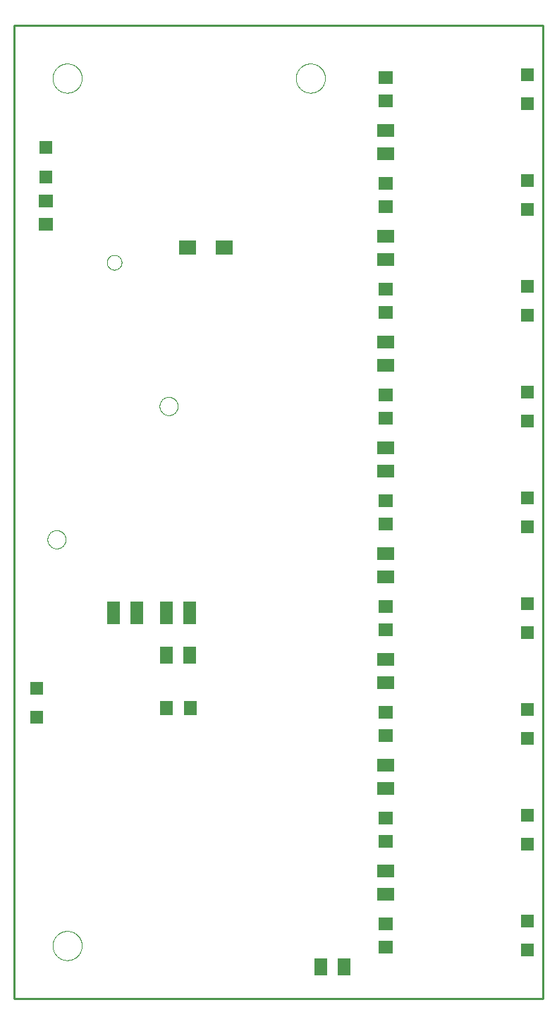
<source format=gtp>
G75*
%MOIN*%
%OFA0B0*%
%FSLAX25Y25*%
%IPPOS*%
%LPD*%
%AMOC8*
5,1,8,0,0,1.08239X$1,22.5*
%
%ADD10C,0.00000*%
%ADD11C,0.01000*%
%ADD12R,0.08200X0.07000*%
%ADD13R,0.06299X0.10630*%
%ADD14R,0.05906X0.05906*%
%ADD15R,0.07098X0.06299*%
%ADD16R,0.06299X0.07098*%
%ADD17R,0.07874X0.06299*%
%ADD18R,0.06299X0.07874*%
D10*
X0019610Y0028269D02*
X0019612Y0028438D01*
X0019618Y0028607D01*
X0019629Y0028776D01*
X0019643Y0028944D01*
X0019662Y0029112D01*
X0019685Y0029280D01*
X0019711Y0029447D01*
X0019742Y0029613D01*
X0019777Y0029779D01*
X0019816Y0029943D01*
X0019860Y0030107D01*
X0019907Y0030269D01*
X0019958Y0030430D01*
X0020013Y0030590D01*
X0020072Y0030749D01*
X0020134Y0030906D01*
X0020201Y0031061D01*
X0020272Y0031215D01*
X0020346Y0031367D01*
X0020424Y0031517D01*
X0020505Y0031665D01*
X0020590Y0031811D01*
X0020679Y0031955D01*
X0020771Y0032097D01*
X0020867Y0032236D01*
X0020966Y0032373D01*
X0021068Y0032508D01*
X0021174Y0032640D01*
X0021283Y0032769D01*
X0021395Y0032896D01*
X0021510Y0033020D01*
X0021628Y0033141D01*
X0021749Y0033259D01*
X0021873Y0033374D01*
X0022000Y0033486D01*
X0022129Y0033595D01*
X0022261Y0033701D01*
X0022396Y0033803D01*
X0022533Y0033902D01*
X0022672Y0033998D01*
X0022814Y0034090D01*
X0022958Y0034179D01*
X0023104Y0034264D01*
X0023252Y0034345D01*
X0023402Y0034423D01*
X0023554Y0034497D01*
X0023708Y0034568D01*
X0023863Y0034635D01*
X0024020Y0034697D01*
X0024179Y0034756D01*
X0024339Y0034811D01*
X0024500Y0034862D01*
X0024662Y0034909D01*
X0024826Y0034953D01*
X0024990Y0034992D01*
X0025156Y0035027D01*
X0025322Y0035058D01*
X0025489Y0035084D01*
X0025657Y0035107D01*
X0025825Y0035126D01*
X0025993Y0035140D01*
X0026162Y0035151D01*
X0026331Y0035157D01*
X0026500Y0035159D01*
X0026669Y0035157D01*
X0026838Y0035151D01*
X0027007Y0035140D01*
X0027175Y0035126D01*
X0027343Y0035107D01*
X0027511Y0035084D01*
X0027678Y0035058D01*
X0027844Y0035027D01*
X0028010Y0034992D01*
X0028174Y0034953D01*
X0028338Y0034909D01*
X0028500Y0034862D01*
X0028661Y0034811D01*
X0028821Y0034756D01*
X0028980Y0034697D01*
X0029137Y0034635D01*
X0029292Y0034568D01*
X0029446Y0034497D01*
X0029598Y0034423D01*
X0029748Y0034345D01*
X0029896Y0034264D01*
X0030042Y0034179D01*
X0030186Y0034090D01*
X0030328Y0033998D01*
X0030467Y0033902D01*
X0030604Y0033803D01*
X0030739Y0033701D01*
X0030871Y0033595D01*
X0031000Y0033486D01*
X0031127Y0033374D01*
X0031251Y0033259D01*
X0031372Y0033141D01*
X0031490Y0033020D01*
X0031605Y0032896D01*
X0031717Y0032769D01*
X0031826Y0032640D01*
X0031932Y0032508D01*
X0032034Y0032373D01*
X0032133Y0032236D01*
X0032229Y0032097D01*
X0032321Y0031955D01*
X0032410Y0031811D01*
X0032495Y0031665D01*
X0032576Y0031517D01*
X0032654Y0031367D01*
X0032728Y0031215D01*
X0032799Y0031061D01*
X0032866Y0030906D01*
X0032928Y0030749D01*
X0032987Y0030590D01*
X0033042Y0030430D01*
X0033093Y0030269D01*
X0033140Y0030107D01*
X0033184Y0029943D01*
X0033223Y0029779D01*
X0033258Y0029613D01*
X0033289Y0029447D01*
X0033315Y0029280D01*
X0033338Y0029112D01*
X0033357Y0028944D01*
X0033371Y0028776D01*
X0033382Y0028607D01*
X0033388Y0028438D01*
X0033390Y0028269D01*
X0033388Y0028100D01*
X0033382Y0027931D01*
X0033371Y0027762D01*
X0033357Y0027594D01*
X0033338Y0027426D01*
X0033315Y0027258D01*
X0033289Y0027091D01*
X0033258Y0026925D01*
X0033223Y0026759D01*
X0033184Y0026595D01*
X0033140Y0026431D01*
X0033093Y0026269D01*
X0033042Y0026108D01*
X0032987Y0025948D01*
X0032928Y0025789D01*
X0032866Y0025632D01*
X0032799Y0025477D01*
X0032728Y0025323D01*
X0032654Y0025171D01*
X0032576Y0025021D01*
X0032495Y0024873D01*
X0032410Y0024727D01*
X0032321Y0024583D01*
X0032229Y0024441D01*
X0032133Y0024302D01*
X0032034Y0024165D01*
X0031932Y0024030D01*
X0031826Y0023898D01*
X0031717Y0023769D01*
X0031605Y0023642D01*
X0031490Y0023518D01*
X0031372Y0023397D01*
X0031251Y0023279D01*
X0031127Y0023164D01*
X0031000Y0023052D01*
X0030871Y0022943D01*
X0030739Y0022837D01*
X0030604Y0022735D01*
X0030467Y0022636D01*
X0030328Y0022540D01*
X0030186Y0022448D01*
X0030042Y0022359D01*
X0029896Y0022274D01*
X0029748Y0022193D01*
X0029598Y0022115D01*
X0029446Y0022041D01*
X0029292Y0021970D01*
X0029137Y0021903D01*
X0028980Y0021841D01*
X0028821Y0021782D01*
X0028661Y0021727D01*
X0028500Y0021676D01*
X0028338Y0021629D01*
X0028174Y0021585D01*
X0028010Y0021546D01*
X0027844Y0021511D01*
X0027678Y0021480D01*
X0027511Y0021454D01*
X0027343Y0021431D01*
X0027175Y0021412D01*
X0027007Y0021398D01*
X0026838Y0021387D01*
X0026669Y0021381D01*
X0026500Y0021379D01*
X0026331Y0021381D01*
X0026162Y0021387D01*
X0025993Y0021398D01*
X0025825Y0021412D01*
X0025657Y0021431D01*
X0025489Y0021454D01*
X0025322Y0021480D01*
X0025156Y0021511D01*
X0024990Y0021546D01*
X0024826Y0021585D01*
X0024662Y0021629D01*
X0024500Y0021676D01*
X0024339Y0021727D01*
X0024179Y0021782D01*
X0024020Y0021841D01*
X0023863Y0021903D01*
X0023708Y0021970D01*
X0023554Y0022041D01*
X0023402Y0022115D01*
X0023252Y0022193D01*
X0023104Y0022274D01*
X0022958Y0022359D01*
X0022814Y0022448D01*
X0022672Y0022540D01*
X0022533Y0022636D01*
X0022396Y0022735D01*
X0022261Y0022837D01*
X0022129Y0022943D01*
X0022000Y0023052D01*
X0021873Y0023164D01*
X0021749Y0023279D01*
X0021628Y0023397D01*
X0021510Y0023518D01*
X0021395Y0023642D01*
X0021283Y0023769D01*
X0021174Y0023898D01*
X0021068Y0024030D01*
X0020966Y0024165D01*
X0020867Y0024302D01*
X0020771Y0024441D01*
X0020679Y0024583D01*
X0020590Y0024727D01*
X0020505Y0024873D01*
X0020424Y0025021D01*
X0020346Y0025171D01*
X0020272Y0025323D01*
X0020201Y0025477D01*
X0020134Y0025632D01*
X0020072Y0025789D01*
X0020013Y0025948D01*
X0019958Y0026108D01*
X0019907Y0026269D01*
X0019860Y0026431D01*
X0019816Y0026595D01*
X0019777Y0026759D01*
X0019742Y0026925D01*
X0019711Y0027091D01*
X0019685Y0027258D01*
X0019662Y0027426D01*
X0019643Y0027594D01*
X0019629Y0027762D01*
X0019618Y0027931D01*
X0019612Y0028100D01*
X0019610Y0028269D01*
X0017165Y0220284D02*
X0017167Y0220415D01*
X0017173Y0220545D01*
X0017183Y0220675D01*
X0017197Y0220805D01*
X0017214Y0220934D01*
X0017236Y0221063D01*
X0017262Y0221191D01*
X0017291Y0221318D01*
X0017324Y0221444D01*
X0017362Y0221569D01*
X0017402Y0221693D01*
X0017447Y0221816D01*
X0017495Y0221937D01*
X0017547Y0222057D01*
X0017603Y0222175D01*
X0017662Y0222291D01*
X0017725Y0222406D01*
X0017791Y0222518D01*
X0017860Y0222629D01*
X0017933Y0222737D01*
X0018009Y0222843D01*
X0018089Y0222947D01*
X0018171Y0223048D01*
X0018256Y0223147D01*
X0018345Y0223243D01*
X0018436Y0223336D01*
X0018530Y0223427D01*
X0018627Y0223514D01*
X0018726Y0223599D01*
X0018828Y0223680D01*
X0018932Y0223759D01*
X0019039Y0223834D01*
X0019148Y0223906D01*
X0019259Y0223975D01*
X0019372Y0224040D01*
X0019487Y0224102D01*
X0019604Y0224160D01*
X0019722Y0224215D01*
X0019842Y0224266D01*
X0019964Y0224313D01*
X0020087Y0224357D01*
X0020211Y0224397D01*
X0020336Y0224433D01*
X0020463Y0224466D01*
X0020590Y0224494D01*
X0020718Y0224519D01*
X0020847Y0224539D01*
X0020977Y0224556D01*
X0021106Y0224569D01*
X0021237Y0224578D01*
X0021367Y0224583D01*
X0021498Y0224584D01*
X0021628Y0224581D01*
X0021758Y0224574D01*
X0021889Y0224563D01*
X0022018Y0224548D01*
X0022147Y0224530D01*
X0022276Y0224507D01*
X0022404Y0224480D01*
X0022531Y0224450D01*
X0022657Y0224416D01*
X0022781Y0224378D01*
X0022905Y0224336D01*
X0023027Y0224290D01*
X0023148Y0224241D01*
X0023267Y0224188D01*
X0023385Y0224131D01*
X0023501Y0224071D01*
X0023615Y0224008D01*
X0023727Y0223941D01*
X0023837Y0223871D01*
X0023945Y0223797D01*
X0024050Y0223720D01*
X0024153Y0223640D01*
X0024254Y0223557D01*
X0024352Y0223471D01*
X0024447Y0223382D01*
X0024540Y0223290D01*
X0024630Y0223195D01*
X0024717Y0223098D01*
X0024801Y0222998D01*
X0024881Y0222895D01*
X0024959Y0222790D01*
X0025034Y0222683D01*
X0025105Y0222574D01*
X0025172Y0222462D01*
X0025237Y0222349D01*
X0025298Y0222233D01*
X0025355Y0222116D01*
X0025409Y0221997D01*
X0025459Y0221877D01*
X0025506Y0221755D01*
X0025548Y0221631D01*
X0025587Y0221507D01*
X0025623Y0221381D01*
X0025654Y0221254D01*
X0025682Y0221127D01*
X0025705Y0220999D01*
X0025725Y0220870D01*
X0025741Y0220740D01*
X0025753Y0220610D01*
X0025761Y0220480D01*
X0025765Y0220349D01*
X0025765Y0220219D01*
X0025761Y0220088D01*
X0025753Y0219958D01*
X0025741Y0219828D01*
X0025725Y0219698D01*
X0025705Y0219569D01*
X0025682Y0219441D01*
X0025654Y0219314D01*
X0025623Y0219187D01*
X0025587Y0219061D01*
X0025548Y0218937D01*
X0025506Y0218813D01*
X0025459Y0218691D01*
X0025409Y0218571D01*
X0025355Y0218452D01*
X0025298Y0218335D01*
X0025237Y0218219D01*
X0025172Y0218106D01*
X0025105Y0217994D01*
X0025034Y0217885D01*
X0024959Y0217778D01*
X0024881Y0217673D01*
X0024801Y0217570D01*
X0024717Y0217470D01*
X0024630Y0217373D01*
X0024540Y0217278D01*
X0024447Y0217186D01*
X0024352Y0217097D01*
X0024254Y0217011D01*
X0024153Y0216928D01*
X0024050Y0216848D01*
X0023945Y0216771D01*
X0023837Y0216697D01*
X0023727Y0216627D01*
X0023615Y0216560D01*
X0023501Y0216497D01*
X0023385Y0216437D01*
X0023267Y0216380D01*
X0023148Y0216327D01*
X0023027Y0216278D01*
X0022905Y0216232D01*
X0022781Y0216190D01*
X0022657Y0216152D01*
X0022531Y0216118D01*
X0022404Y0216088D01*
X0022276Y0216061D01*
X0022147Y0216038D01*
X0022018Y0216020D01*
X0021889Y0216005D01*
X0021758Y0215994D01*
X0021628Y0215987D01*
X0021498Y0215984D01*
X0021367Y0215985D01*
X0021237Y0215990D01*
X0021106Y0215999D01*
X0020977Y0216012D01*
X0020847Y0216029D01*
X0020718Y0216049D01*
X0020590Y0216074D01*
X0020463Y0216102D01*
X0020336Y0216135D01*
X0020211Y0216171D01*
X0020087Y0216211D01*
X0019964Y0216255D01*
X0019842Y0216302D01*
X0019722Y0216353D01*
X0019604Y0216408D01*
X0019487Y0216466D01*
X0019372Y0216528D01*
X0019259Y0216593D01*
X0019148Y0216662D01*
X0019039Y0216734D01*
X0018932Y0216809D01*
X0018828Y0216888D01*
X0018726Y0216969D01*
X0018627Y0217054D01*
X0018530Y0217141D01*
X0018436Y0217232D01*
X0018345Y0217325D01*
X0018256Y0217421D01*
X0018171Y0217520D01*
X0018089Y0217621D01*
X0018009Y0217725D01*
X0017933Y0217831D01*
X0017860Y0217939D01*
X0017791Y0218050D01*
X0017725Y0218162D01*
X0017662Y0218277D01*
X0017603Y0218393D01*
X0017547Y0218511D01*
X0017495Y0218631D01*
X0017447Y0218752D01*
X0017402Y0218875D01*
X0017362Y0218999D01*
X0017324Y0219124D01*
X0017291Y0219250D01*
X0017262Y0219377D01*
X0017236Y0219505D01*
X0017214Y0219634D01*
X0017197Y0219763D01*
X0017183Y0219893D01*
X0017173Y0220023D01*
X0017167Y0220153D01*
X0017165Y0220284D01*
X0070165Y0283284D02*
X0070167Y0283415D01*
X0070173Y0283545D01*
X0070183Y0283675D01*
X0070197Y0283805D01*
X0070214Y0283934D01*
X0070236Y0284063D01*
X0070262Y0284191D01*
X0070291Y0284318D01*
X0070324Y0284444D01*
X0070362Y0284569D01*
X0070402Y0284693D01*
X0070447Y0284816D01*
X0070495Y0284937D01*
X0070547Y0285057D01*
X0070603Y0285175D01*
X0070662Y0285291D01*
X0070725Y0285406D01*
X0070791Y0285518D01*
X0070860Y0285629D01*
X0070933Y0285737D01*
X0071009Y0285843D01*
X0071089Y0285947D01*
X0071171Y0286048D01*
X0071256Y0286147D01*
X0071345Y0286243D01*
X0071436Y0286336D01*
X0071530Y0286427D01*
X0071627Y0286514D01*
X0071726Y0286599D01*
X0071828Y0286680D01*
X0071932Y0286759D01*
X0072039Y0286834D01*
X0072148Y0286906D01*
X0072259Y0286975D01*
X0072372Y0287040D01*
X0072487Y0287102D01*
X0072604Y0287160D01*
X0072722Y0287215D01*
X0072842Y0287266D01*
X0072964Y0287313D01*
X0073087Y0287357D01*
X0073211Y0287397D01*
X0073336Y0287433D01*
X0073463Y0287466D01*
X0073590Y0287494D01*
X0073718Y0287519D01*
X0073847Y0287539D01*
X0073977Y0287556D01*
X0074106Y0287569D01*
X0074237Y0287578D01*
X0074367Y0287583D01*
X0074498Y0287584D01*
X0074628Y0287581D01*
X0074758Y0287574D01*
X0074889Y0287563D01*
X0075018Y0287548D01*
X0075147Y0287530D01*
X0075276Y0287507D01*
X0075404Y0287480D01*
X0075531Y0287450D01*
X0075657Y0287416D01*
X0075781Y0287378D01*
X0075905Y0287336D01*
X0076027Y0287290D01*
X0076148Y0287241D01*
X0076267Y0287188D01*
X0076385Y0287131D01*
X0076501Y0287071D01*
X0076615Y0287008D01*
X0076727Y0286941D01*
X0076837Y0286871D01*
X0076945Y0286797D01*
X0077050Y0286720D01*
X0077153Y0286640D01*
X0077254Y0286557D01*
X0077352Y0286471D01*
X0077447Y0286382D01*
X0077540Y0286290D01*
X0077630Y0286195D01*
X0077717Y0286098D01*
X0077801Y0285998D01*
X0077881Y0285895D01*
X0077959Y0285790D01*
X0078034Y0285683D01*
X0078105Y0285574D01*
X0078172Y0285462D01*
X0078237Y0285349D01*
X0078298Y0285233D01*
X0078355Y0285116D01*
X0078409Y0284997D01*
X0078459Y0284877D01*
X0078506Y0284755D01*
X0078548Y0284631D01*
X0078587Y0284507D01*
X0078623Y0284381D01*
X0078654Y0284254D01*
X0078682Y0284127D01*
X0078705Y0283999D01*
X0078725Y0283870D01*
X0078741Y0283740D01*
X0078753Y0283610D01*
X0078761Y0283480D01*
X0078765Y0283349D01*
X0078765Y0283219D01*
X0078761Y0283088D01*
X0078753Y0282958D01*
X0078741Y0282828D01*
X0078725Y0282698D01*
X0078705Y0282569D01*
X0078682Y0282441D01*
X0078654Y0282314D01*
X0078623Y0282187D01*
X0078587Y0282061D01*
X0078548Y0281937D01*
X0078506Y0281813D01*
X0078459Y0281691D01*
X0078409Y0281571D01*
X0078355Y0281452D01*
X0078298Y0281335D01*
X0078237Y0281219D01*
X0078172Y0281106D01*
X0078105Y0280994D01*
X0078034Y0280885D01*
X0077959Y0280778D01*
X0077881Y0280673D01*
X0077801Y0280570D01*
X0077717Y0280470D01*
X0077630Y0280373D01*
X0077540Y0280278D01*
X0077447Y0280186D01*
X0077352Y0280097D01*
X0077254Y0280011D01*
X0077153Y0279928D01*
X0077050Y0279848D01*
X0076945Y0279771D01*
X0076837Y0279697D01*
X0076727Y0279627D01*
X0076615Y0279560D01*
X0076501Y0279497D01*
X0076385Y0279437D01*
X0076267Y0279380D01*
X0076148Y0279327D01*
X0076027Y0279278D01*
X0075905Y0279232D01*
X0075781Y0279190D01*
X0075657Y0279152D01*
X0075531Y0279118D01*
X0075404Y0279088D01*
X0075276Y0279061D01*
X0075147Y0279038D01*
X0075018Y0279020D01*
X0074889Y0279005D01*
X0074758Y0278994D01*
X0074628Y0278987D01*
X0074498Y0278984D01*
X0074367Y0278985D01*
X0074237Y0278990D01*
X0074106Y0278999D01*
X0073977Y0279012D01*
X0073847Y0279029D01*
X0073718Y0279049D01*
X0073590Y0279074D01*
X0073463Y0279102D01*
X0073336Y0279135D01*
X0073211Y0279171D01*
X0073087Y0279211D01*
X0072964Y0279255D01*
X0072842Y0279302D01*
X0072722Y0279353D01*
X0072604Y0279408D01*
X0072487Y0279466D01*
X0072372Y0279528D01*
X0072259Y0279593D01*
X0072148Y0279662D01*
X0072039Y0279734D01*
X0071932Y0279809D01*
X0071828Y0279888D01*
X0071726Y0279969D01*
X0071627Y0280054D01*
X0071530Y0280141D01*
X0071436Y0280232D01*
X0071345Y0280325D01*
X0071256Y0280421D01*
X0071171Y0280520D01*
X0071089Y0280621D01*
X0071009Y0280725D01*
X0070933Y0280831D01*
X0070860Y0280939D01*
X0070791Y0281050D01*
X0070725Y0281162D01*
X0070662Y0281277D01*
X0070603Y0281393D01*
X0070547Y0281511D01*
X0070495Y0281631D01*
X0070447Y0281752D01*
X0070402Y0281875D01*
X0070362Y0281999D01*
X0070324Y0282124D01*
X0070291Y0282250D01*
X0070262Y0282377D01*
X0070236Y0282505D01*
X0070214Y0282634D01*
X0070197Y0282763D01*
X0070183Y0282893D01*
X0070173Y0283023D01*
X0070167Y0283153D01*
X0070165Y0283284D01*
X0045244Y0351221D02*
X0045246Y0351339D01*
X0045252Y0351457D01*
X0045262Y0351575D01*
X0045276Y0351692D01*
X0045294Y0351809D01*
X0045316Y0351926D01*
X0045341Y0352041D01*
X0045371Y0352155D01*
X0045405Y0352269D01*
X0045442Y0352381D01*
X0045483Y0352492D01*
X0045528Y0352601D01*
X0045576Y0352709D01*
X0045628Y0352815D01*
X0045684Y0352920D01*
X0045743Y0353022D01*
X0045805Y0353122D01*
X0045871Y0353220D01*
X0045940Y0353316D01*
X0046013Y0353410D01*
X0046088Y0353501D01*
X0046167Y0353589D01*
X0046248Y0353675D01*
X0046333Y0353758D01*
X0046420Y0353838D01*
X0046509Y0353915D01*
X0046602Y0353989D01*
X0046696Y0354059D01*
X0046793Y0354127D01*
X0046893Y0354191D01*
X0046994Y0354252D01*
X0047097Y0354309D01*
X0047203Y0354363D01*
X0047310Y0354414D01*
X0047418Y0354460D01*
X0047528Y0354503D01*
X0047640Y0354542D01*
X0047753Y0354578D01*
X0047867Y0354609D01*
X0047982Y0354637D01*
X0048097Y0354661D01*
X0048214Y0354681D01*
X0048331Y0354697D01*
X0048449Y0354709D01*
X0048567Y0354717D01*
X0048685Y0354721D01*
X0048803Y0354721D01*
X0048921Y0354717D01*
X0049039Y0354709D01*
X0049157Y0354697D01*
X0049274Y0354681D01*
X0049391Y0354661D01*
X0049506Y0354637D01*
X0049621Y0354609D01*
X0049735Y0354578D01*
X0049848Y0354542D01*
X0049960Y0354503D01*
X0050070Y0354460D01*
X0050178Y0354414D01*
X0050285Y0354363D01*
X0050391Y0354309D01*
X0050494Y0354252D01*
X0050595Y0354191D01*
X0050695Y0354127D01*
X0050792Y0354059D01*
X0050886Y0353989D01*
X0050979Y0353915D01*
X0051068Y0353838D01*
X0051155Y0353758D01*
X0051240Y0353675D01*
X0051321Y0353589D01*
X0051400Y0353501D01*
X0051475Y0353410D01*
X0051548Y0353316D01*
X0051617Y0353220D01*
X0051683Y0353122D01*
X0051745Y0353022D01*
X0051804Y0352920D01*
X0051860Y0352815D01*
X0051912Y0352709D01*
X0051960Y0352601D01*
X0052005Y0352492D01*
X0052046Y0352381D01*
X0052083Y0352269D01*
X0052117Y0352155D01*
X0052147Y0352041D01*
X0052172Y0351926D01*
X0052194Y0351809D01*
X0052212Y0351692D01*
X0052226Y0351575D01*
X0052236Y0351457D01*
X0052242Y0351339D01*
X0052244Y0351221D01*
X0052242Y0351103D01*
X0052236Y0350985D01*
X0052226Y0350867D01*
X0052212Y0350750D01*
X0052194Y0350633D01*
X0052172Y0350516D01*
X0052147Y0350401D01*
X0052117Y0350287D01*
X0052083Y0350173D01*
X0052046Y0350061D01*
X0052005Y0349950D01*
X0051960Y0349841D01*
X0051912Y0349733D01*
X0051860Y0349627D01*
X0051804Y0349522D01*
X0051745Y0349420D01*
X0051683Y0349320D01*
X0051617Y0349222D01*
X0051548Y0349126D01*
X0051475Y0349032D01*
X0051400Y0348941D01*
X0051321Y0348853D01*
X0051240Y0348767D01*
X0051155Y0348684D01*
X0051068Y0348604D01*
X0050979Y0348527D01*
X0050886Y0348453D01*
X0050792Y0348383D01*
X0050695Y0348315D01*
X0050595Y0348251D01*
X0050494Y0348190D01*
X0050391Y0348133D01*
X0050285Y0348079D01*
X0050178Y0348028D01*
X0050070Y0347982D01*
X0049960Y0347939D01*
X0049848Y0347900D01*
X0049735Y0347864D01*
X0049621Y0347833D01*
X0049506Y0347805D01*
X0049391Y0347781D01*
X0049274Y0347761D01*
X0049157Y0347745D01*
X0049039Y0347733D01*
X0048921Y0347725D01*
X0048803Y0347721D01*
X0048685Y0347721D01*
X0048567Y0347725D01*
X0048449Y0347733D01*
X0048331Y0347745D01*
X0048214Y0347761D01*
X0048097Y0347781D01*
X0047982Y0347805D01*
X0047867Y0347833D01*
X0047753Y0347864D01*
X0047640Y0347900D01*
X0047528Y0347939D01*
X0047418Y0347982D01*
X0047310Y0348028D01*
X0047203Y0348079D01*
X0047097Y0348133D01*
X0046994Y0348190D01*
X0046893Y0348251D01*
X0046793Y0348315D01*
X0046696Y0348383D01*
X0046602Y0348453D01*
X0046509Y0348527D01*
X0046420Y0348604D01*
X0046333Y0348684D01*
X0046248Y0348767D01*
X0046167Y0348853D01*
X0046088Y0348941D01*
X0046013Y0349032D01*
X0045940Y0349126D01*
X0045871Y0349222D01*
X0045805Y0349320D01*
X0045743Y0349420D01*
X0045684Y0349522D01*
X0045628Y0349627D01*
X0045576Y0349733D01*
X0045528Y0349841D01*
X0045483Y0349950D01*
X0045442Y0350061D01*
X0045405Y0350173D01*
X0045371Y0350287D01*
X0045341Y0350401D01*
X0045316Y0350516D01*
X0045294Y0350633D01*
X0045276Y0350750D01*
X0045262Y0350867D01*
X0045252Y0350985D01*
X0045246Y0351103D01*
X0045244Y0351221D01*
X0019610Y0438269D02*
X0019612Y0438438D01*
X0019618Y0438607D01*
X0019629Y0438776D01*
X0019643Y0438944D01*
X0019662Y0439112D01*
X0019685Y0439280D01*
X0019711Y0439447D01*
X0019742Y0439613D01*
X0019777Y0439779D01*
X0019816Y0439943D01*
X0019860Y0440107D01*
X0019907Y0440269D01*
X0019958Y0440430D01*
X0020013Y0440590D01*
X0020072Y0440749D01*
X0020134Y0440906D01*
X0020201Y0441061D01*
X0020272Y0441215D01*
X0020346Y0441367D01*
X0020424Y0441517D01*
X0020505Y0441665D01*
X0020590Y0441811D01*
X0020679Y0441955D01*
X0020771Y0442097D01*
X0020867Y0442236D01*
X0020966Y0442373D01*
X0021068Y0442508D01*
X0021174Y0442640D01*
X0021283Y0442769D01*
X0021395Y0442896D01*
X0021510Y0443020D01*
X0021628Y0443141D01*
X0021749Y0443259D01*
X0021873Y0443374D01*
X0022000Y0443486D01*
X0022129Y0443595D01*
X0022261Y0443701D01*
X0022396Y0443803D01*
X0022533Y0443902D01*
X0022672Y0443998D01*
X0022814Y0444090D01*
X0022958Y0444179D01*
X0023104Y0444264D01*
X0023252Y0444345D01*
X0023402Y0444423D01*
X0023554Y0444497D01*
X0023708Y0444568D01*
X0023863Y0444635D01*
X0024020Y0444697D01*
X0024179Y0444756D01*
X0024339Y0444811D01*
X0024500Y0444862D01*
X0024662Y0444909D01*
X0024826Y0444953D01*
X0024990Y0444992D01*
X0025156Y0445027D01*
X0025322Y0445058D01*
X0025489Y0445084D01*
X0025657Y0445107D01*
X0025825Y0445126D01*
X0025993Y0445140D01*
X0026162Y0445151D01*
X0026331Y0445157D01*
X0026500Y0445159D01*
X0026669Y0445157D01*
X0026838Y0445151D01*
X0027007Y0445140D01*
X0027175Y0445126D01*
X0027343Y0445107D01*
X0027511Y0445084D01*
X0027678Y0445058D01*
X0027844Y0445027D01*
X0028010Y0444992D01*
X0028174Y0444953D01*
X0028338Y0444909D01*
X0028500Y0444862D01*
X0028661Y0444811D01*
X0028821Y0444756D01*
X0028980Y0444697D01*
X0029137Y0444635D01*
X0029292Y0444568D01*
X0029446Y0444497D01*
X0029598Y0444423D01*
X0029748Y0444345D01*
X0029896Y0444264D01*
X0030042Y0444179D01*
X0030186Y0444090D01*
X0030328Y0443998D01*
X0030467Y0443902D01*
X0030604Y0443803D01*
X0030739Y0443701D01*
X0030871Y0443595D01*
X0031000Y0443486D01*
X0031127Y0443374D01*
X0031251Y0443259D01*
X0031372Y0443141D01*
X0031490Y0443020D01*
X0031605Y0442896D01*
X0031717Y0442769D01*
X0031826Y0442640D01*
X0031932Y0442508D01*
X0032034Y0442373D01*
X0032133Y0442236D01*
X0032229Y0442097D01*
X0032321Y0441955D01*
X0032410Y0441811D01*
X0032495Y0441665D01*
X0032576Y0441517D01*
X0032654Y0441367D01*
X0032728Y0441215D01*
X0032799Y0441061D01*
X0032866Y0440906D01*
X0032928Y0440749D01*
X0032987Y0440590D01*
X0033042Y0440430D01*
X0033093Y0440269D01*
X0033140Y0440107D01*
X0033184Y0439943D01*
X0033223Y0439779D01*
X0033258Y0439613D01*
X0033289Y0439447D01*
X0033315Y0439280D01*
X0033338Y0439112D01*
X0033357Y0438944D01*
X0033371Y0438776D01*
X0033382Y0438607D01*
X0033388Y0438438D01*
X0033390Y0438269D01*
X0033388Y0438100D01*
X0033382Y0437931D01*
X0033371Y0437762D01*
X0033357Y0437594D01*
X0033338Y0437426D01*
X0033315Y0437258D01*
X0033289Y0437091D01*
X0033258Y0436925D01*
X0033223Y0436759D01*
X0033184Y0436595D01*
X0033140Y0436431D01*
X0033093Y0436269D01*
X0033042Y0436108D01*
X0032987Y0435948D01*
X0032928Y0435789D01*
X0032866Y0435632D01*
X0032799Y0435477D01*
X0032728Y0435323D01*
X0032654Y0435171D01*
X0032576Y0435021D01*
X0032495Y0434873D01*
X0032410Y0434727D01*
X0032321Y0434583D01*
X0032229Y0434441D01*
X0032133Y0434302D01*
X0032034Y0434165D01*
X0031932Y0434030D01*
X0031826Y0433898D01*
X0031717Y0433769D01*
X0031605Y0433642D01*
X0031490Y0433518D01*
X0031372Y0433397D01*
X0031251Y0433279D01*
X0031127Y0433164D01*
X0031000Y0433052D01*
X0030871Y0432943D01*
X0030739Y0432837D01*
X0030604Y0432735D01*
X0030467Y0432636D01*
X0030328Y0432540D01*
X0030186Y0432448D01*
X0030042Y0432359D01*
X0029896Y0432274D01*
X0029748Y0432193D01*
X0029598Y0432115D01*
X0029446Y0432041D01*
X0029292Y0431970D01*
X0029137Y0431903D01*
X0028980Y0431841D01*
X0028821Y0431782D01*
X0028661Y0431727D01*
X0028500Y0431676D01*
X0028338Y0431629D01*
X0028174Y0431585D01*
X0028010Y0431546D01*
X0027844Y0431511D01*
X0027678Y0431480D01*
X0027511Y0431454D01*
X0027343Y0431431D01*
X0027175Y0431412D01*
X0027007Y0431398D01*
X0026838Y0431387D01*
X0026669Y0431381D01*
X0026500Y0431379D01*
X0026331Y0431381D01*
X0026162Y0431387D01*
X0025993Y0431398D01*
X0025825Y0431412D01*
X0025657Y0431431D01*
X0025489Y0431454D01*
X0025322Y0431480D01*
X0025156Y0431511D01*
X0024990Y0431546D01*
X0024826Y0431585D01*
X0024662Y0431629D01*
X0024500Y0431676D01*
X0024339Y0431727D01*
X0024179Y0431782D01*
X0024020Y0431841D01*
X0023863Y0431903D01*
X0023708Y0431970D01*
X0023554Y0432041D01*
X0023402Y0432115D01*
X0023252Y0432193D01*
X0023104Y0432274D01*
X0022958Y0432359D01*
X0022814Y0432448D01*
X0022672Y0432540D01*
X0022533Y0432636D01*
X0022396Y0432735D01*
X0022261Y0432837D01*
X0022129Y0432943D01*
X0022000Y0433052D01*
X0021873Y0433164D01*
X0021749Y0433279D01*
X0021628Y0433397D01*
X0021510Y0433518D01*
X0021395Y0433642D01*
X0021283Y0433769D01*
X0021174Y0433898D01*
X0021068Y0434030D01*
X0020966Y0434165D01*
X0020867Y0434302D01*
X0020771Y0434441D01*
X0020679Y0434583D01*
X0020590Y0434727D01*
X0020505Y0434873D01*
X0020424Y0435021D01*
X0020346Y0435171D01*
X0020272Y0435323D01*
X0020201Y0435477D01*
X0020134Y0435632D01*
X0020072Y0435789D01*
X0020013Y0435948D01*
X0019958Y0436108D01*
X0019907Y0436269D01*
X0019860Y0436431D01*
X0019816Y0436595D01*
X0019777Y0436759D01*
X0019742Y0436925D01*
X0019711Y0437091D01*
X0019685Y0437258D01*
X0019662Y0437426D01*
X0019643Y0437594D01*
X0019629Y0437762D01*
X0019618Y0437931D01*
X0019612Y0438100D01*
X0019610Y0438269D01*
X0134610Y0438269D02*
X0134612Y0438438D01*
X0134618Y0438607D01*
X0134629Y0438776D01*
X0134643Y0438944D01*
X0134662Y0439112D01*
X0134685Y0439280D01*
X0134711Y0439447D01*
X0134742Y0439613D01*
X0134777Y0439779D01*
X0134816Y0439943D01*
X0134860Y0440107D01*
X0134907Y0440269D01*
X0134958Y0440430D01*
X0135013Y0440590D01*
X0135072Y0440749D01*
X0135134Y0440906D01*
X0135201Y0441061D01*
X0135272Y0441215D01*
X0135346Y0441367D01*
X0135424Y0441517D01*
X0135505Y0441665D01*
X0135590Y0441811D01*
X0135679Y0441955D01*
X0135771Y0442097D01*
X0135867Y0442236D01*
X0135966Y0442373D01*
X0136068Y0442508D01*
X0136174Y0442640D01*
X0136283Y0442769D01*
X0136395Y0442896D01*
X0136510Y0443020D01*
X0136628Y0443141D01*
X0136749Y0443259D01*
X0136873Y0443374D01*
X0137000Y0443486D01*
X0137129Y0443595D01*
X0137261Y0443701D01*
X0137396Y0443803D01*
X0137533Y0443902D01*
X0137672Y0443998D01*
X0137814Y0444090D01*
X0137958Y0444179D01*
X0138104Y0444264D01*
X0138252Y0444345D01*
X0138402Y0444423D01*
X0138554Y0444497D01*
X0138708Y0444568D01*
X0138863Y0444635D01*
X0139020Y0444697D01*
X0139179Y0444756D01*
X0139339Y0444811D01*
X0139500Y0444862D01*
X0139662Y0444909D01*
X0139826Y0444953D01*
X0139990Y0444992D01*
X0140156Y0445027D01*
X0140322Y0445058D01*
X0140489Y0445084D01*
X0140657Y0445107D01*
X0140825Y0445126D01*
X0140993Y0445140D01*
X0141162Y0445151D01*
X0141331Y0445157D01*
X0141500Y0445159D01*
X0141669Y0445157D01*
X0141838Y0445151D01*
X0142007Y0445140D01*
X0142175Y0445126D01*
X0142343Y0445107D01*
X0142511Y0445084D01*
X0142678Y0445058D01*
X0142844Y0445027D01*
X0143010Y0444992D01*
X0143174Y0444953D01*
X0143338Y0444909D01*
X0143500Y0444862D01*
X0143661Y0444811D01*
X0143821Y0444756D01*
X0143980Y0444697D01*
X0144137Y0444635D01*
X0144292Y0444568D01*
X0144446Y0444497D01*
X0144598Y0444423D01*
X0144748Y0444345D01*
X0144896Y0444264D01*
X0145042Y0444179D01*
X0145186Y0444090D01*
X0145328Y0443998D01*
X0145467Y0443902D01*
X0145604Y0443803D01*
X0145739Y0443701D01*
X0145871Y0443595D01*
X0146000Y0443486D01*
X0146127Y0443374D01*
X0146251Y0443259D01*
X0146372Y0443141D01*
X0146490Y0443020D01*
X0146605Y0442896D01*
X0146717Y0442769D01*
X0146826Y0442640D01*
X0146932Y0442508D01*
X0147034Y0442373D01*
X0147133Y0442236D01*
X0147229Y0442097D01*
X0147321Y0441955D01*
X0147410Y0441811D01*
X0147495Y0441665D01*
X0147576Y0441517D01*
X0147654Y0441367D01*
X0147728Y0441215D01*
X0147799Y0441061D01*
X0147866Y0440906D01*
X0147928Y0440749D01*
X0147987Y0440590D01*
X0148042Y0440430D01*
X0148093Y0440269D01*
X0148140Y0440107D01*
X0148184Y0439943D01*
X0148223Y0439779D01*
X0148258Y0439613D01*
X0148289Y0439447D01*
X0148315Y0439280D01*
X0148338Y0439112D01*
X0148357Y0438944D01*
X0148371Y0438776D01*
X0148382Y0438607D01*
X0148388Y0438438D01*
X0148390Y0438269D01*
X0148388Y0438100D01*
X0148382Y0437931D01*
X0148371Y0437762D01*
X0148357Y0437594D01*
X0148338Y0437426D01*
X0148315Y0437258D01*
X0148289Y0437091D01*
X0148258Y0436925D01*
X0148223Y0436759D01*
X0148184Y0436595D01*
X0148140Y0436431D01*
X0148093Y0436269D01*
X0148042Y0436108D01*
X0147987Y0435948D01*
X0147928Y0435789D01*
X0147866Y0435632D01*
X0147799Y0435477D01*
X0147728Y0435323D01*
X0147654Y0435171D01*
X0147576Y0435021D01*
X0147495Y0434873D01*
X0147410Y0434727D01*
X0147321Y0434583D01*
X0147229Y0434441D01*
X0147133Y0434302D01*
X0147034Y0434165D01*
X0146932Y0434030D01*
X0146826Y0433898D01*
X0146717Y0433769D01*
X0146605Y0433642D01*
X0146490Y0433518D01*
X0146372Y0433397D01*
X0146251Y0433279D01*
X0146127Y0433164D01*
X0146000Y0433052D01*
X0145871Y0432943D01*
X0145739Y0432837D01*
X0145604Y0432735D01*
X0145467Y0432636D01*
X0145328Y0432540D01*
X0145186Y0432448D01*
X0145042Y0432359D01*
X0144896Y0432274D01*
X0144748Y0432193D01*
X0144598Y0432115D01*
X0144446Y0432041D01*
X0144292Y0431970D01*
X0144137Y0431903D01*
X0143980Y0431841D01*
X0143821Y0431782D01*
X0143661Y0431727D01*
X0143500Y0431676D01*
X0143338Y0431629D01*
X0143174Y0431585D01*
X0143010Y0431546D01*
X0142844Y0431511D01*
X0142678Y0431480D01*
X0142511Y0431454D01*
X0142343Y0431431D01*
X0142175Y0431412D01*
X0142007Y0431398D01*
X0141838Y0431387D01*
X0141669Y0431381D01*
X0141500Y0431379D01*
X0141331Y0431381D01*
X0141162Y0431387D01*
X0140993Y0431398D01*
X0140825Y0431412D01*
X0140657Y0431431D01*
X0140489Y0431454D01*
X0140322Y0431480D01*
X0140156Y0431511D01*
X0139990Y0431546D01*
X0139826Y0431585D01*
X0139662Y0431629D01*
X0139500Y0431676D01*
X0139339Y0431727D01*
X0139179Y0431782D01*
X0139020Y0431841D01*
X0138863Y0431903D01*
X0138708Y0431970D01*
X0138554Y0432041D01*
X0138402Y0432115D01*
X0138252Y0432193D01*
X0138104Y0432274D01*
X0137958Y0432359D01*
X0137814Y0432448D01*
X0137672Y0432540D01*
X0137533Y0432636D01*
X0137396Y0432735D01*
X0137261Y0432837D01*
X0137129Y0432943D01*
X0137000Y0433052D01*
X0136873Y0433164D01*
X0136749Y0433279D01*
X0136628Y0433397D01*
X0136510Y0433518D01*
X0136395Y0433642D01*
X0136283Y0433769D01*
X0136174Y0433898D01*
X0136068Y0434030D01*
X0135966Y0434165D01*
X0135867Y0434302D01*
X0135771Y0434441D01*
X0135679Y0434583D01*
X0135590Y0434727D01*
X0135505Y0434873D01*
X0135424Y0435021D01*
X0135346Y0435171D01*
X0135272Y0435323D01*
X0135201Y0435477D01*
X0135134Y0435632D01*
X0135072Y0435789D01*
X0135013Y0435948D01*
X0134958Y0436108D01*
X0134907Y0436269D01*
X0134860Y0436431D01*
X0134816Y0436595D01*
X0134777Y0436759D01*
X0134742Y0436925D01*
X0134711Y0437091D01*
X0134685Y0437258D01*
X0134662Y0437426D01*
X0134643Y0437594D01*
X0134629Y0437762D01*
X0134618Y0437931D01*
X0134612Y0438100D01*
X0134610Y0438269D01*
D11*
X0001500Y0463269D02*
X0001500Y0003269D01*
X0251500Y0003269D01*
X0251500Y0463269D01*
X0001500Y0463269D01*
D12*
X0083392Y0358091D03*
X0100592Y0358091D03*
D13*
X0084472Y0185650D03*
X0073449Y0185650D03*
X0059472Y0185650D03*
X0048449Y0185650D03*
D14*
X0011992Y0149981D03*
X0011992Y0136202D03*
X0016555Y0391702D03*
X0016555Y0405481D03*
X0243992Y0389981D03*
X0243992Y0376202D03*
X0243992Y0339981D03*
X0243992Y0326202D03*
X0243992Y0289981D03*
X0243992Y0276202D03*
X0243992Y0239981D03*
X0243992Y0226202D03*
X0243992Y0189981D03*
X0243992Y0176202D03*
X0243992Y0139981D03*
X0243992Y0126202D03*
X0243992Y0089981D03*
X0243992Y0076202D03*
X0243992Y0039981D03*
X0243992Y0026202D03*
X0243992Y0426202D03*
X0243992Y0439981D03*
D15*
X0176992Y0438690D03*
X0176992Y0427493D03*
X0176992Y0388690D03*
X0176992Y0377493D03*
X0176992Y0338690D03*
X0176992Y0327493D03*
X0176992Y0288690D03*
X0176992Y0277493D03*
X0176992Y0238690D03*
X0176992Y0227493D03*
X0176992Y0188690D03*
X0176992Y0177493D03*
X0176992Y0138690D03*
X0176992Y0127493D03*
X0176992Y0088690D03*
X0176992Y0077493D03*
X0176992Y0038690D03*
X0176992Y0027493D03*
X0016315Y0369095D03*
X0016315Y0380292D03*
D16*
X0073362Y0140650D03*
X0084559Y0140650D03*
D17*
X0176992Y0152580D03*
X0176992Y0163603D03*
X0176992Y0202580D03*
X0176992Y0213603D03*
X0176992Y0252580D03*
X0176992Y0263603D03*
X0176992Y0302580D03*
X0176992Y0313603D03*
X0176992Y0352580D03*
X0176992Y0363603D03*
X0176992Y0402580D03*
X0176992Y0413603D03*
X0176992Y0113603D03*
X0176992Y0102580D03*
X0176992Y0063603D03*
X0176992Y0052580D03*
D18*
X0157504Y0018091D03*
X0146480Y0018091D03*
X0084472Y0165650D03*
X0073449Y0165650D03*
M02*

</source>
